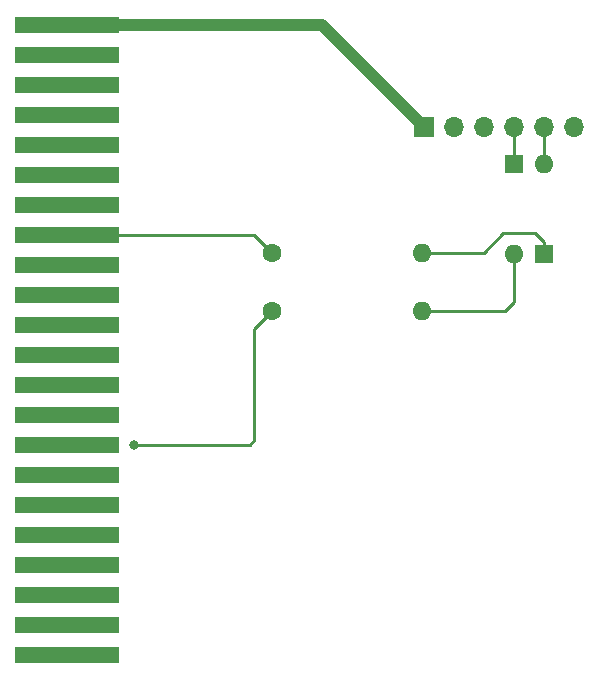
<source format=gbl>
G04 #@! TF.GenerationSoftware,KiCad,Pcbnew,7.0.8*
G04 #@! TF.CreationDate,2023-11-17T23:06:40-08:00*
G04 #@! TF.ProjectId,COMiX-FTDI-Adapter,434f4d69-582d-4465-9444-492d41646170,rev?*
G04 #@! TF.SameCoordinates,Original*
G04 #@! TF.FileFunction,Copper,L2,Bot*
G04 #@! TF.FilePolarity,Positive*
%FSLAX46Y46*%
G04 Gerber Fmt 4.6, Leading zero omitted, Abs format (unit mm)*
G04 Created by KiCad (PCBNEW 7.0.8) date 2023-11-17 23:06:40*
%MOMM*%
%LPD*%
G01*
G04 APERTURE LIST*
G04 #@! TA.AperFunction,ComponentPad*
%ADD10R,1.600000X1.600000*%
G04 #@! TD*
G04 #@! TA.AperFunction,ComponentPad*
%ADD11O,1.600000X1.600000*%
G04 #@! TD*
G04 #@! TA.AperFunction,ComponentPad*
%ADD12R,1.700000X1.700000*%
G04 #@! TD*
G04 #@! TA.AperFunction,ComponentPad*
%ADD13O,1.700000X1.700000*%
G04 #@! TD*
G04 #@! TA.AperFunction,ComponentPad*
%ADD14C,1.600000*%
G04 #@! TD*
G04 #@! TA.AperFunction,ConnectorPad*
%ADD15R,8.890000X1.397000*%
G04 #@! TD*
G04 #@! TA.AperFunction,ViaPad*
%ADD16C,0.800000*%
G04 #@! TD*
G04 #@! TA.AperFunction,Conductor*
%ADD17C,0.250000*%
G04 #@! TD*
G04 #@! TA.AperFunction,Conductor*
%ADD18C,1.000000*%
G04 #@! TD*
G04 APERTURE END LIST*
D10*
X247269000Y-110617000D03*
D11*
X247269000Y-102997000D03*
D12*
X237109000Y-99822000D03*
D13*
X239649000Y-99822000D03*
X242189000Y-99822000D03*
X244729000Y-99822000D03*
X247269000Y-99822000D03*
X249809000Y-99822000D03*
D14*
X224282000Y-115443000D03*
D11*
X236982000Y-115443000D03*
D14*
X224282000Y-110490000D03*
D11*
X236982000Y-110490000D03*
D10*
X244729000Y-102997000D03*
D11*
X244729000Y-110617000D03*
D15*
X206883000Y-91186000D03*
X206883000Y-93726000D03*
X206883000Y-96266000D03*
X206883000Y-98806000D03*
X206883000Y-101346000D03*
X206883000Y-103886000D03*
X206883000Y-106426000D03*
X206883000Y-108966000D03*
X206883000Y-111506000D03*
X206883000Y-114046000D03*
X206883000Y-116586000D03*
X206883000Y-119126000D03*
X206883000Y-121666000D03*
X206883000Y-124206000D03*
X206883000Y-126746000D03*
X206883000Y-129286000D03*
X206883000Y-131826000D03*
X206883000Y-134366000D03*
X206883000Y-136906000D03*
X206883000Y-139446000D03*
X206883000Y-141986000D03*
X206883000Y-144526000D03*
D16*
X212598000Y-126746000D03*
D17*
X246507000Y-108839000D02*
X243840000Y-108839000D01*
X247269000Y-109601000D02*
X246507000Y-108839000D01*
X247269000Y-110617000D02*
X247269000Y-109601000D01*
X243840000Y-108839000D02*
X242189000Y-110490000D01*
X242189000Y-110490000D02*
X236982000Y-110490000D01*
X224282000Y-115443000D02*
X222758000Y-116967000D01*
X222377000Y-126746000D02*
X212598000Y-126746000D01*
X222758000Y-116967000D02*
X222758000Y-126365000D01*
X222758000Y-126365000D02*
X222377000Y-126746000D01*
D18*
X228473000Y-91186000D02*
X206883000Y-91186000D01*
X237109000Y-99822000D02*
X228473000Y-91186000D01*
D17*
X224282000Y-110490000D02*
X222758000Y-108966000D01*
X222758000Y-108966000D02*
X206883000Y-108966000D01*
X247269000Y-99822000D02*
X247269000Y-102997000D01*
X244729000Y-99822000D02*
X244729000Y-102997000D01*
X244729000Y-114681000D02*
X243967000Y-115443000D01*
X244729000Y-110617000D02*
X244729000Y-114681000D01*
X243967000Y-115443000D02*
X236982000Y-115443000D01*
M02*

</source>
